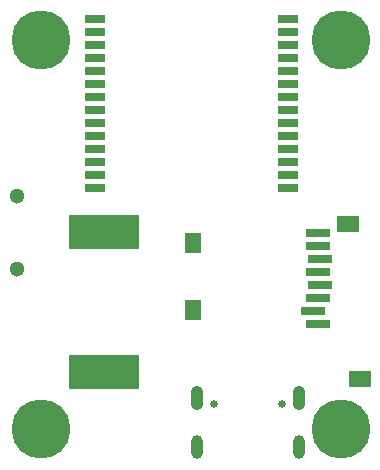
<source format=gbr>
%TF.GenerationSoftware,KiCad,Pcbnew,(5.1.8)-1*%
%TF.CreationDate,2021-06-05T10:25:27+02:00*%
%TF.ProjectId,trick-tracker,74726963-6b2d-4747-9261-636b65722e6b,rev?*%
%TF.SameCoordinates,Original*%
%TF.FileFunction,Soldermask,Bot*%
%TF.FilePolarity,Negative*%
%FSLAX46Y46*%
G04 Gerber Fmt 4.6, Leading zero omitted, Abs format (unit mm)*
G04 Created by KiCad (PCBNEW (5.1.8)-1) date 2021-06-05 10:25:27*
%MOMM*%
%LPD*%
G01*
G04 APERTURE LIST*
%ADD10C,0.800000*%
%ADD11C,5.000000*%
%ADD12C,0.650000*%
%ADD13O,1.050000X2.100000*%
%ADD14O,1.000000X2.000000*%
%ADD15R,2.000000X0.800000*%
%ADD16R,1.400000X1.800000*%
%ADD17R,1.900000X1.400000*%
%ADD18R,6.000000X3.000000*%
%ADD19C,1.300000*%
%ADD20R,1.700000X0.800000*%
G04 APERTURE END LIST*
D10*
%TO.C,H4*%
X159567825Y-100020175D03*
X158242000Y-99471000D03*
X156916175Y-100020175D03*
X156367000Y-101346000D03*
X156916175Y-102671825D03*
X158242000Y-103221000D03*
X159567825Y-102671825D03*
X160117000Y-101346000D03*
D11*
X158242000Y-101346000D03*
%TD*%
D10*
%TO.C,H3*%
X134167825Y-100020175D03*
X132842000Y-99471000D03*
X131516175Y-100020175D03*
X130967000Y-101346000D03*
X131516175Y-102671825D03*
X132842000Y-103221000D03*
X134167825Y-102671825D03*
X134717000Y-101346000D03*
D11*
X132842000Y-101346000D03*
%TD*%
D10*
%TO.C,H2*%
X159567825Y-132913175D03*
X158242000Y-132364000D03*
X156916175Y-132913175D03*
X156367000Y-134239000D03*
X156916175Y-135564825D03*
X158242000Y-136114000D03*
X159567825Y-135564825D03*
X160117000Y-134239000D03*
D11*
X158242000Y-134239000D03*
%TD*%
D10*
%TO.C,H1*%
X134167825Y-132913175D03*
X132842000Y-132364000D03*
X131516175Y-132913175D03*
X130967000Y-134239000D03*
X131516175Y-135564825D03*
X132842000Y-136114000D03*
X134167825Y-135564825D03*
X134717000Y-134239000D03*
D11*
X132842000Y-134239000D03*
%TD*%
D12*
%TO.C,J1*%
X147478000Y-132083000D03*
X153258000Y-132083000D03*
D13*
X154688000Y-131583000D03*
X146048000Y-131583000D03*
D14*
X154688000Y-135763000D03*
X146048000Y-135763000D03*
%TD*%
D15*
%TO.C,J4*%
X156260000Y-125384000D03*
X155860000Y-124284000D03*
X156260000Y-123184000D03*
X156460000Y-122084000D03*
X156260000Y-120984000D03*
X156460000Y-119884000D03*
X156260000Y-118784000D03*
X156260000Y-117684000D03*
D16*
X145710000Y-118494000D03*
X145710000Y-124194000D03*
D17*
X158860000Y-116894000D03*
X159860000Y-130044000D03*
%TD*%
D18*
%TO.C,P1*%
X138176000Y-117544000D03*
X138176000Y-129444000D03*
%TD*%
D19*
%TO.C,S3*%
X130782000Y-120727000D03*
X130782000Y-114477000D03*
%TD*%
D20*
%TO.C,U1*%
X137370000Y-113868000D03*
X137370000Y-112768000D03*
X137370000Y-111668000D03*
X137370000Y-110568000D03*
X137370000Y-109468000D03*
X137370000Y-108368000D03*
X137370000Y-107268000D03*
X137370000Y-106168000D03*
X137370000Y-105068000D03*
X137370000Y-103968000D03*
X137370000Y-102868000D03*
X137370000Y-101768000D03*
X137370000Y-100668000D03*
X137370000Y-99568000D03*
X153770000Y-113868000D03*
X153770000Y-112768000D03*
X153770000Y-111668000D03*
X153770000Y-110568000D03*
X153770000Y-109468000D03*
X153770000Y-108368000D03*
X153770000Y-107268000D03*
X153770000Y-106168000D03*
X153770000Y-105068000D03*
X153770000Y-103968000D03*
X153770000Y-102868000D03*
X153770000Y-101768000D03*
X153770000Y-100668000D03*
X153770000Y-99568000D03*
%TD*%
M02*

</source>
